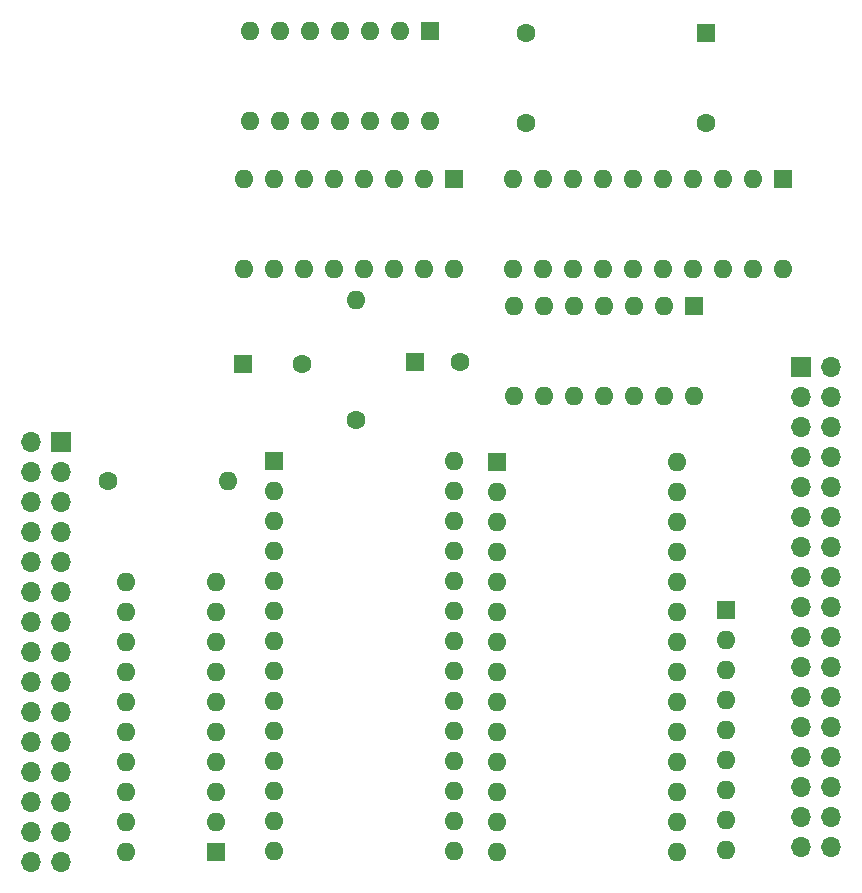
<source format=gbr>
%TF.GenerationSoftware,KiCad,Pcbnew,8.0.3*%
%TF.CreationDate,2024-07-14T11:05:28+01:00*%
%TF.ProjectId,OPD-Computer-One-Disk-Interface,4f50442d-436f-46d7-9075-7465722d4f6e,rev?*%
%TF.SameCoordinates,Original*%
%TF.FileFunction,Soldermask,Top*%
%TF.FilePolarity,Negative*%
%FSLAX46Y46*%
G04 Gerber Fmt 4.6, Leading zero omitted, Abs format (unit mm)*
G04 Created by KiCad (PCBNEW 8.0.3) date 2024-07-14 11:05:28*
%MOMM*%
%LPD*%
G01*
G04 APERTURE LIST*
%ADD10R,1.600000X1.600000*%
%ADD11O,1.600000X1.600000*%
%ADD12R,1.700000X1.700000*%
%ADD13O,1.700000X1.700000*%
%ADD14C,1.600000*%
G04 APERTURE END LIST*
D10*
%TO.C,IC1*%
X99125000Y-70400000D03*
D11*
X99125000Y-72940000D03*
X99125000Y-75480000D03*
X99125000Y-78020000D03*
X99125000Y-80560000D03*
X99125000Y-83100000D03*
X99125000Y-85640000D03*
X99125000Y-88180000D03*
X99125000Y-90720000D03*
X99125000Y-93260000D03*
X99125000Y-95800000D03*
X99125000Y-98340000D03*
X99125000Y-100880000D03*
X99125000Y-103420000D03*
X114365000Y-103420000D03*
X114365000Y-100880000D03*
X114365000Y-98340000D03*
X114365000Y-95800000D03*
X114365000Y-93260000D03*
X114365000Y-90720000D03*
X114365000Y-88180000D03*
X114365000Y-85640000D03*
X114365000Y-83100000D03*
X114365000Y-80560000D03*
X114365000Y-78020000D03*
X114365000Y-75480000D03*
X114365000Y-72940000D03*
X114365000Y-70400000D03*
%TD*%
D10*
%TO.C,IC6*%
X115750000Y-57130000D03*
D11*
X113210000Y-57130000D03*
X110670000Y-57130000D03*
X108130000Y-57130000D03*
X105590000Y-57130000D03*
X103050000Y-57130000D03*
X100510000Y-57130000D03*
X100510000Y-64750000D03*
X103050000Y-64750000D03*
X105590000Y-64750000D03*
X108130000Y-64750000D03*
X110670000Y-64750000D03*
X113210000Y-64750000D03*
X115750000Y-64750000D03*
%TD*%
D10*
%TO.C,IC7*%
X93460000Y-33850000D03*
D11*
X90920000Y-33850000D03*
X88380000Y-33850000D03*
X85840000Y-33850000D03*
X83300000Y-33850000D03*
X80760000Y-33850000D03*
X78220000Y-33850000D03*
X78220000Y-41470000D03*
X80760000Y-41470000D03*
X83300000Y-41470000D03*
X85840000Y-41470000D03*
X88380000Y-41470000D03*
X90920000Y-41470000D03*
X93460000Y-41470000D03*
%TD*%
D12*
%TO.C,J1*%
X62150000Y-68650000D03*
D13*
X59610000Y-68650000D03*
X62150000Y-71190000D03*
X59610000Y-71190000D03*
X62150000Y-73730000D03*
X59610000Y-73730000D03*
X62150000Y-76270000D03*
X59610000Y-76270000D03*
X62150000Y-78810000D03*
X59610000Y-78810000D03*
X62150000Y-81350000D03*
X59610000Y-81350000D03*
X62150000Y-83890000D03*
X59610000Y-83890000D03*
X62150000Y-86430000D03*
X59610000Y-86430000D03*
X62150000Y-88970000D03*
X59610000Y-88970000D03*
X62150000Y-91510000D03*
X59610000Y-91510000D03*
X62150000Y-94050000D03*
X59610000Y-94050000D03*
X62150000Y-96590000D03*
X59610000Y-96590000D03*
X62150000Y-99130000D03*
X59610000Y-99130000D03*
X62150000Y-101670000D03*
X59610000Y-101670000D03*
X62150000Y-104210000D03*
X59610000Y-104210000D03*
%TD*%
D10*
%TO.C,IC5*%
X123275000Y-46450000D03*
D11*
X120735000Y-46450000D03*
X118195000Y-46450000D03*
X115655000Y-46450000D03*
X113115000Y-46450000D03*
X110575000Y-46450000D03*
X108035000Y-46450000D03*
X105495000Y-46450000D03*
X102955000Y-46450000D03*
X100415000Y-46450000D03*
X100415000Y-54070000D03*
X102955000Y-54070000D03*
X105495000Y-54070000D03*
X108035000Y-54070000D03*
X110575000Y-54070000D03*
X113115000Y-54070000D03*
X115655000Y-54070000D03*
X118195000Y-54070000D03*
X120735000Y-54070000D03*
X123275000Y-54070000D03*
%TD*%
D10*
%TO.C,X1*%
X116820000Y-34040000D03*
D14*
X101580000Y-34040000D03*
X101580000Y-41660000D03*
X116820000Y-41660000D03*
%TD*%
D10*
%TO.C,IC3*%
X75350000Y-103425000D03*
D11*
X75350000Y-100885000D03*
X75350000Y-98345000D03*
X75350000Y-95805000D03*
X75350000Y-93265000D03*
X75350000Y-90725000D03*
X75350000Y-88185000D03*
X75350000Y-85645000D03*
X75350000Y-83105000D03*
X75350000Y-80565000D03*
X67730000Y-80565000D03*
X67730000Y-83105000D03*
X67730000Y-85645000D03*
X67730000Y-88185000D03*
X67730000Y-90725000D03*
X67730000Y-93265000D03*
X67730000Y-95805000D03*
X67730000Y-98345000D03*
X67730000Y-100885000D03*
X67730000Y-103425000D03*
%TD*%
D10*
%TO.C,C2*%
X77597300Y-62050000D03*
D14*
X82597300Y-62050000D03*
%TD*%
D10*
%TO.C,C1*%
X92147300Y-61900000D03*
D14*
X95947300Y-61900000D03*
%TD*%
%TO.C,R2*%
X66170000Y-72000000D03*
D11*
X76330000Y-72000000D03*
%TD*%
D14*
%TO.C,R1*%
X87150000Y-66780000D03*
D11*
X87150000Y-56620000D03*
%TD*%
D10*
%TO.C,RN1*%
X118500000Y-82870000D03*
D11*
X118500000Y-85410000D03*
X118500000Y-87950000D03*
X118500000Y-90490000D03*
X118500000Y-93030000D03*
X118500000Y-95570000D03*
X118500000Y-98110000D03*
X118500000Y-100650000D03*
X118500000Y-103190000D03*
%TD*%
D10*
%TO.C,IC4*%
X95450000Y-46380000D03*
D11*
X92910000Y-46380000D03*
X90370000Y-46380000D03*
X87830000Y-46380000D03*
X85290000Y-46380000D03*
X82750000Y-46380000D03*
X80210000Y-46380000D03*
X77670000Y-46380000D03*
X77670000Y-54000000D03*
X80210000Y-54000000D03*
X82750000Y-54000000D03*
X85290000Y-54000000D03*
X87830000Y-54000000D03*
X90370000Y-54000000D03*
X92910000Y-54000000D03*
X95450000Y-54000000D03*
%TD*%
D12*
%TO.C,J2*%
X124860000Y-62360000D03*
D13*
X127400000Y-62360000D03*
X124860000Y-64900000D03*
X127400000Y-64900000D03*
X124860000Y-67440000D03*
X127400000Y-67440000D03*
X124860000Y-69980000D03*
X127400000Y-69980000D03*
X124860000Y-72520000D03*
X127400000Y-72520000D03*
X124860000Y-75060000D03*
X127400000Y-75060000D03*
X124860000Y-77600000D03*
X127400000Y-77600000D03*
X124860000Y-80140000D03*
X127400000Y-80140000D03*
X124860000Y-82680000D03*
X127400000Y-82680000D03*
X124860000Y-85220000D03*
X127400000Y-85220000D03*
X124860000Y-87760000D03*
X127400000Y-87760000D03*
X124860000Y-90300000D03*
X127400000Y-90300000D03*
X124860000Y-92840000D03*
X127400000Y-92840000D03*
X124860000Y-95380000D03*
X127400000Y-95380000D03*
X124860000Y-97920000D03*
X127400000Y-97920000D03*
X124860000Y-100460000D03*
X127400000Y-100460000D03*
X124860000Y-103000000D03*
X127400000Y-103000000D03*
%TD*%
D10*
%TO.C,IC2*%
X80225000Y-70300000D03*
D11*
X80225000Y-72840000D03*
X80225000Y-75380000D03*
X80225000Y-77920000D03*
X80225000Y-80460000D03*
X80225000Y-83000000D03*
X80225000Y-85540000D03*
X80225000Y-88080000D03*
X80225000Y-90620000D03*
X80225000Y-93160000D03*
X80225000Y-95700000D03*
X80225000Y-98240000D03*
X80225000Y-100780000D03*
X80225000Y-103320000D03*
X95465000Y-103320000D03*
X95465000Y-100780000D03*
X95465000Y-98240000D03*
X95465000Y-95700000D03*
X95465000Y-93160000D03*
X95465000Y-90620000D03*
X95465000Y-88080000D03*
X95465000Y-85540000D03*
X95465000Y-83000000D03*
X95465000Y-80460000D03*
X95465000Y-77920000D03*
X95465000Y-75380000D03*
X95465000Y-72840000D03*
X95465000Y-70300000D03*
%TD*%
M02*

</source>
